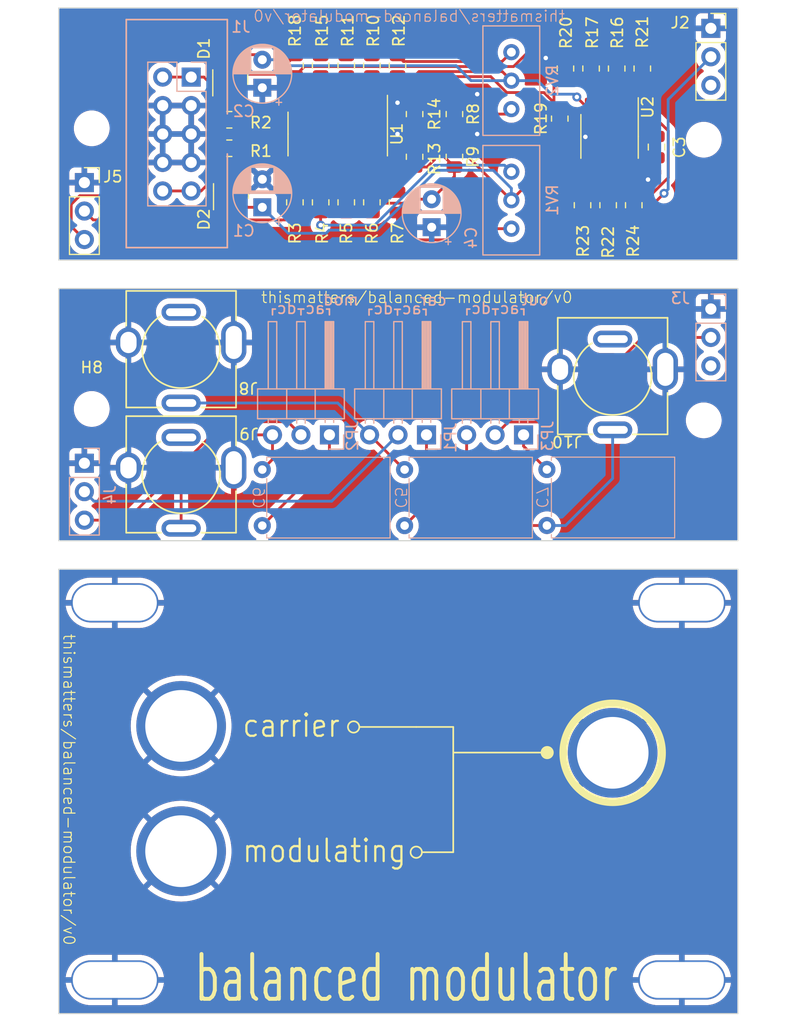
<source format=kicad_pcb>
(kicad_pcb (version 20221018) (generator pcbnew)
  (layers (0 "F.Cu" signal) (31 "B.Cu" signal) (34 "B.Paste" user) (35 "F.Paste" user) (36 "B.SilkS" user "B.Silkscreen") (37 "F.SilkS" user "F.Silkscreen") (38 "B.Mask" user) (39 "F.Mask" user) (44 "Edge.Cuts" user))
  (net 0 "")
  (net 1 "+12V")
  (net 2 "GND")
  (net 3 "-12V")
  (net 4 "Net-(D1-COM)")
  (net 5 "Net-(D2-COM)")
  (net 6 "/FACE")
  (net 7 "Net-(J1-Pin_1)")
  (net 8 "Net-(J1-Pin_10)")
  (net 9 "Net-(C4-Pad2)")
  (net 10 "/A'")
  (net 11 "/A_dc'")
  (net 12 "/B'")
  (net 13 "/B_dc'")
  (net 14 "/OUT_dc'")
  (net 15 "/OUT'")
  (net 16 "/GND'")
  (net 20 "Net-(U1-carrier_in)")
  (net 21 "Net-(R4-Pad2)")
  (net 22 "Net-(U1-in_carrier)")
  (net 23 "Net-(R7-Pad2)")
  (net 24 "Net-(R10-Pad2)")
  (net 25 "Net-(R12-Pad1)")
  (net 26 "Net-(R13-Pad1)")
  (net 27 "Net-(R13-Pad2)")
  (net 28 "Net-(U1-bias)")
  (net 29 "Net-(U2A--)")
  (net 30 "Net-(R16-Pad2)")
  (net 31 "Net-(R17-Pad1)")
  (net 32 "Net-(U2A-+)")
  (net 33 "Net-(R21-Pad2)")
  (net 34 "Net-(U2B--)")
  (net 35 "Net-(R23-Pad2)")
  (net 36 "Net-(U1-gain-Pad2)")
  (net 41 "/_OUT")
  (net 43 "/_OUT'")
  (net 45 "/_A'")
  (net 46 "/_A")
  (net 47 "/_B'")
  (net 48 "/_B")
  (footprint "Resistor_SMD:R_0805_2012Metric" (layer "F.Cu") (at 117.454 76.634 -90)
    (fp_text reference "R11")
    (fp_text value "2.7K")
  )
  (footprint "Resistor_SMD:R_0805_2012Metric" (layer "F.Cu") (at 137.012 76.888 90)
    (fp_text reference "R20")
    (fp_text value "15K")
  )
  (footprint "Resistor_SMD:R_0805_2012Metric" (layer "F.Cu") (at 107.0195 81.46 180)
    (fp_text reference "R2")
    (fp_text value "10")
  )
  (footprint "Resistor_SMD:R_0805_2012Metric" (layer "F.Cu") (at 141.584 76.888 90)
    (fp_text reference "R16")
    (fp_text value "15K")
  )
  (footprint "Resistor_SMD:R_0805_2012Metric" (layer "F.Cu") (at 115.168 76.634 -90)
    (fp_text reference "R15")
    (fp_text value "6.8K")
  )
  (footprint "Resistor_SMD:R_0805_2012Metric" (layer "F.Cu") (at 123.55 80.952 -90)
    (fp_text reference "R14")
    (fp_text value "2.7K")
  )
  (footprint "Resistor_SMD:R_0805_2012Metric" (layer "F.Cu") (at 119.74 76.634 -90)
    (fp_text reference "R10")
    (fp_text value "180K")
  )
  (footprint "MountingHole:MountingHole_2.7mm_M2.5" (layer "F.Cu") (at 149.352 108.278)
    (fp_text reference "H10" hide)
    (fp_text value "MountingHole")
  )
  (footprint "Resistor_SMD:R_0805_2012Metric" (layer "F.Cu") (at 139.298 76.8865 -90)
    (fp_text reference "R17")
    (fp_text value "15K")
  )
  (footprint "Resistor_SMD:R_0805_2012Metric" (layer "F.Cu") (at 112.8708 88.826 90)
    (fp_text reference "R3")
    (fp_text value "180K")
  )
  (footprint "Resistor_SMD:R_0805_2012Metric" (layer "F.Cu") (at 140.822 89.08 90)
    (fp_text reference "R22")
    (fp_text value "10K")
  )
  (footprint "Package_TO_SOT_SMD:SOT-23" (layer "F.Cu") (at 107.17 87.81 90)
    (fp_text reference "D2")
    (fp_text value "BAT54S")
  )
  (footprint "Connector_PinSocket_2.54mm:PinSocket_1x03_P2.54mm_Vertical" (layer "F.Cu") (at 94.086 87.063)
    (fp_text reference "J5")
    (fp_text value "Conn_01x03_Socket")
  )
  (footprint "Resistor_SMD:R_0805_2012Metric" (layer "F.Cu") (at 136.504 81.355 90)
    (fp_text reference "R19")
    (fp_text value "1.2K")
  )
  (footprint "Eurorack:Mech-MountingHole" (layer "F.Cu") (at 96.8 124.56)
    (fp_text reference "H1")
    (fp_text value "mount0")
  )
  (footprint "Resistor_SMD:R_0805_2012Metric" (layer "F.Cu") (at 107.0195 84 180)
    (fp_text reference "R1")
    (fp_text value "10")
  )
  (footprint "Package_TO_SOT_SMD:SOT-23" (layer "F.Cu") (at 107.104 77.65 90)
    (fp_text reference "D1")
    (fp_text value "BAT54S")
  )
  (footprint "Capacitor_SMD:C_0805_2012Metric" (layer "F.Cu") (at 145.14 83.895 90)
    (fp_text reference "C3")
    (fp_text value "100n")
  )
  (footprint "Eurorack:Mech-MountingHole" (layer "F.Cu") (at 96.8 158.21)
    (fp_text reference "H4")
    (fp_text value "mount1")
  )
  (footprint "Resistor_SMD:R_0805_2012Metric" (layer "F.Cu") (at 143.108 89.08 -90)
    (fp_text reference "R24")
    (fp_text value "1K")
  )
  (footprint "Eurorack:Mech-AudioJack-Hole-Output" (layer "F.Cu") (at 141.224 137.943)
    (fp_text reference "H7")
    (fp_text value "out" hide)
  )
  (footprint "Resistor_SMD:R_0805_2012Metric" (layer "F.Cu") (at 127.106 84.762 -90)
    (fp_text reference "R9")
    (fp_text value "1.5K")
  )
  (footprint "Resistor_SMD:R_0805_2012Metric" (layer "F.Cu") (at 123.55 84.762 90)
    (fp_text reference "R13")
    (fp_text value "6.8K")
  )
  (footprint "Eurorack:AudioJack2_Tayda_A-2566" (layer "F.Cu") (at 102.7176 101.9286 180)
    (fp_text reference "J8")
    (fp_text value "carrier")
  )
  (footprint "Eurorack:Mech-MountingHole" (layer "F.Cu") (at 147.4 124.56)
    (fp_text reference "H2")
    (fp_text value "mount1")
  )
  (footprint "Resistor_SMD:R_0805_2012Metric" (layer "F.Cu") (at 112.882 76.634 -90)
    (fp_text reference "R18")
    (fp_text value "1.2K")
  )
  (footprint "Resistor_SMD:R_0805_2012Metric" (layer "F.Cu") (at 117.454 88.826 -90)
    (fp_text reference "R5")
    (fp_text value "2.7K")
  )
  (footprint "Package_SO:SOIC-8_3.9x4.9mm_P1.27mm" (layer "F.Cu") (at 140.949 82.944 -90)
    (fp_text reference "U2")
    (fp_text value "TL072")
  )
  (footprint "MountingHole:MountingHole_2.7mm_M2.5" (layer "F.Cu") (at 94.742 82.222)
    (fp_text reference "H9" hide)
    (fp_text value "MountingHole")
  )
  (footprint "Resistor_SMD:R_0805_2012Metric" (layer "F.Cu") (at 115.168 88.826 -90)
    (fp_text reference "R4")
    (fp_text value "12K")
  )
  (footprint "Resistor_SMD:R_0805_2012Metric" (layer "F.Cu") (at 119.74 88.826 -90)
    (fp_text reference "R6")
    (fp_text value "2.7K")
  )
  (footprint "Resistor_SMD:R_0805_2012Metric" (layer "F.Cu") (at 122.026 88.826 -90)
    (fp_text reference "R7")
    (fp_text value "12K")
  )
  (footprint "Eurorack:Mech-MountingHole" (layer "F.Cu") (at 147.4 158.21)
    (fp_text reference "H3")
    (fp_text value "mount1")
  )
  (footprint "Resistor_SMD:R_0805_2012Metric" (layer "F.Cu") (at 138.536 89.08 -90)
    (fp_text reference "R23")
    (fp_text value "68K")
  )
  (footprint "Eurorack:Mech-AudioJack-Hole-Input" (layer "F.Cu") (at 102.7176 146.7196)
    (fp_text reference "H5")
    (fp_text value "carrier" hide)
  )
  (footprint "Connector_PinSocket_2.54mm:PinSocket_1x03_P2.54mm_Vertical" (layer "F.Cu") (at 149.987 73.3)
    (fp_text reference "J2")
    (fp_text value "Conn_01x03_Socket")
  )
  (footprint "Package_SO:SOIC-14_3.9x8.7mm_P1.27mm" (layer "F.Cu") (at 116.692 82.73 -90)
    (fp_text reference "U1")
    (fp_text value "MC1496")
  )
  (footprint "Resistor_SMD:R_0805_2012Metric" (layer "F.Cu") (at 127.106 80.952 90)
    (fp_text reference "R8")
    (fp_text value "1.5K")
  )
  (footprint "MountingHole:MountingHole_2.7mm_M2.5" (layer "F.Cu") (at 94.742 107.262)
    (fp_text reference "H8")
    (fp_text value "MountingHole")
  )
  (footprint "Eurorack:AudioJack2_Tayda_A-2566" (layer "F.Cu") (at 141.224 104.328 180)
    (fp_text reference "J10")
    (fp_text value "out")
  )
  (footprint "Eurorack:Mech-AudioJack-Hole-Input" (layer "F.Cu") (at 102.7176 135.5436)
    (fp_text reference "H6")
    (fp_text value "modulating" hide)
  )
  (footprint "Eurorack:AudioJack2_Tayda_A-2566" (layer "F.Cu") (at 102.7176 113.1046 180)
    (fp_text reference "J9")
    (fp_text value "modulating")
  )
  (footprint "Resistor_SMD:R_0805_2012Metric" (layer "F.Cu") (at 143.87 76.888 90)
    (fp_text reference "R21")
    (fp_text value "15K")
  )
  (footprint "MountingHole:MountingHole_2.7mm_M2.5" (layer "F.Cu") (at 149.352 83.238)
    (fp_text reference "H11" hide)
    (fp_text value "MountingHole")
  )
  (footprint "Resistor_SMD:R_0805_2012Metric" (layer "F.Cu") (at 122.026 76.634 -90)
    (fp_text reference "R12")
    (fp_text value "6.8K")
  )
  (footprint "Connector_PinHeader_2.54mm:PinHeader_1x03_P2.54mm_Horizontal" (layer "B.Cu") (at 133.2738 109.5756 90)
    (fp_text reference "JP3")
    (fp_text value "Jumper_3_Bridged12")
  )
  (footprint "Connector_PinHeader_2.54mm:PinHeader_1x03_P2.54mm_Vertical" (layer "B.Cu") (at 149.987 98.34 180)
    (fp_text reference "J3")
    (fp_text value "Conn_01x03_Pin")
  )
  (footprint "Connector_PinHeader_2.54mm:PinHeader_1x03_P2.54mm_Horizontal" (layer "B.Cu") (at 124.6124 109.5734 90)
    (fp_text reference "JP1")
    (fp_text value "Jumper_3_Bridged12")
  )
  (footprint "Connector_PinHeader_2.54mm:PinHeader_1x03_P2.54mm_Horizontal" (layer "B.Cu") (at 115.951 109.5734 90)
    (fp_text reference "JP2")
    (fp_text value "Jumper_3_Bridged12")
  )
  (footprint "Eurorack:PinHeader_2x05_P2.54mm_Vertical" (layer "B.Cu") (at 103.614 77.65 180)
    (fp_text reference "J1")
    (fp_text value "Conn_02x05_Odd_Even")
  )
  (footprint "Eurorack:C_Rect_Horizontal_L7.2mm_W11" (layer "B.Cu") (at 135.3566 115.1614 90)
    (fp_text reference "C7")
    (fp_text value "1u box")
  )
  (footprint "Potentiometer_THT:Potentiometer_Bourns_3296W_Vertical" (layer "B.Cu") (at 132.186 86.096 90)
    (fp_text reference "RV1")
    (fp_text value "500")
  )
  (footprint "Capacitor_THT:CP_Radial_D5.0mm_P2.50mm" (layer "B.Cu") (at 109.964 89.269113 90)
    (fp_text reference "C1")
    (fp_text value "22u 50V")
  )
  (footprint "Capacitor_THT:CP_Radial_D5.0mm_P2.50mm" (layer "B.Cu") (at 109.964 78.601113 90)
    (fp_text reference "C2")
    (fp_text value "22u 50V")
  )
  (footprint "Potentiometer_THT:Potentiometer_Bourns_3296W_Vertical" (layer "B.Cu") (at 132.186 75.428 90)
    (fp_text reference "RV2")
    (fp_text value "200")
  )
  (footprint "Eurorack:C_Rect_Horizontal_L7.2mm_W11" (layer "B.Cu") (at 109.9599 115.1722 90)
    (fp_text reference "C6")
    (fp_text value "1u box")
  )
  (footprint "Eurorack:C_Rect_Horizontal_L7.2mm_W11" (layer "B.Cu") (at 122.6599 115.1722 90)
    (fp_text reference "C5")
    (fp_text value "1u box")
  )
  (footprint "Connector_PinHeader_2.54mm:PinHeader_1x03_P2.54mm_Vertical" (layer "B.Cu") (at 94.086 112.103 180)
    (fp_text reference "J4")
    (fp_text value "Conn_01x03_Pin")
  )
  (footprint "Capacitor_THT:CP_Radial_D5.0mm_P2.50mm" (layer "B.Cu") (at 125.074 91.047113 90)
    (fp_text reference "C4")
    (fp_text value "100u 16V")
  )
  (gr_line (start 124.566 98.88) (end 124.566 98.372) (stroke (width 0.15)) (layer "B.SilkS"))
  (gr_line (start 110.871 98.8568) (end 110.871 98.3488) (stroke (width 0.15)) (layer "B.SilkS"))
  (gr_line (start 113.411 98.8568) (end 113.411 98.3488) (stroke (width 0.15)) (layer "B.SilkS"))
  (gr_line (start 128.2192 98.8568) (end 128.2192 98.3488) (stroke (width 0.15)) (layer "B.SilkS"))
  (gr_line (start 115.951 98.8568) (end 115.951 98.3488) (stroke (width 0.15)) (layer "B.SilkS"))
  (gr_line (start 115.951 98.3488) (end 115.697 98.3488) (stroke (width 0.15)) (layer "B.SilkS"))
  (gr_line (start 122.026 98.88) (end 122.026 98.372) (stroke (width 0.15)) (layer "B.SilkS"))
  (gr_line (start 133.2992 98.3488) (end 133.0452 98.3488) (stroke (width 0.15)) (layer "B.SilkS"))
  (gr_line (start 119.486 98.88) (end 119.486 98.372) (stroke (width 0.15)) (layer "B.SilkS"))
  (gr_line (start 113.665 98.3488) (end 113.157 98.3488) (stroke (width 0.15)) (layer "B.SilkS"))
  (gr_line (start 128.2192 98.3488) (end 128.4732 98.3488) (stroke (width 0.15)) (layer "B.SilkS"))
  (gr_line (start 130.7592 98.8568) (end 130.7592 98.3488) (stroke (width 0.15)) (layer "B.SilkS"))
  (gr_line (start 124.566 98.372) (end 124.312 98.372) (stroke (width 0.15)) (layer "B.SilkS"))
  (gr_line (start 110.871 98.3488) (end 111.125 98.3488) (stroke (width 0.15)) (layer "B.SilkS"))
  (gr_line (start 122.28 98.372) (end 121.772 98.372) (stroke (width 0.15)) (layer "B.SilkS"))
  (gr_line (start 133.2992 98.8568) (end 133.2992 98.3488) (stroke (width 0.15)) (layer "B.SilkS"))
  (gr_line (start 131.0132 98.3488) (end 130.5052 98.3488) (stroke (width 0.15)) (layer "B.SilkS"))
  (gr_line (start 119.486 98.372) (end 119.74 98.372) (stroke (width 0.15)) (layer "B.SilkS"))
  (gr_circle (center 123.698 146.812) (end 123.19 146.812) (stroke (width 0.15)) (fill none) (layer "F.SilkS"))
  (gr_line (start 127 137.922) (end 134.874 137.922) (stroke (width 0.15)) (layer "F.SilkS"))
  (gr_line (start 118.618 135.636) (end 123.698 135.636) (stroke (width 0.15)) (layer "F.SilkS"))
  (gr_circle (center 118.11 135.636) (end 117.602 135.636) (stroke (width 0.15)) (fill none) (layer "F.SilkS"))
  (gr_circle (center 135.382 137.922) (end 135.89 137.922) (stroke (width 0.15)) (fill solid) (layer "F.SilkS"))
  (gr_line (start 124.206 146.812) (end 127 146.812) (stroke (width 0.15)) (layer "F.SilkS"))
  (gr_line (start 123.698 135.636) (end 127 135.636) (stroke (width 0.15)) (layer "F.SilkS"))
  (gr_line (start 127 146.812) (end 127 137.922) (stroke (width 0.15)) (layer "F.SilkS"))
  (gr_line (start 127 135.636) (end 127 137.922) (stroke (width 0.15)) (layer "F.SilkS"))
  (gr_rect (start 91.8 121.56) (end 152.4 161.21) (stroke (width 0.1)) (fill none) (layer "Edge.Cuts"))
  (gr_rect (start 91.8 96.52) (end 152.4 119.02) (stroke (width 0.1)) (fill none) (layer "Edge.Cuts"))
  (gr_rect (start 91.8 71.48) (end 152.4 93.98) (stroke (width 0.1)) (fill none) (layer "Edge.Cuts"))
  (gr_text "ac" (at 132.0292 98.8568) (layer "B.SilkS") (effects (font (size 1 1)) (justify bottom mirror)))
  (gr_text "dc" (at 129.4892 98.8568) (layer "B.SilkS") (effects (font (size 1 1)) (justify bottom mirror)))
  (gr_text "dc" (at 112.141 98.8568) (layer "B.SilkS") (effects (font (size 1 1)) (justify bottom mirror)))
  (gr_text "car" (at 125.222 98.118) (layer "B.SilkS") (effects (font (size 1 1)) (justify bottom mirror)))
  (gr_text "ac" (at 123.296 98.88) (layer "B.SilkS") (effects (font (size 1 1)) (justify bottom mirror)))
  (gr_text "ac" (at 114.681 98.8568) (layer "B.SilkS") (effects (font (size 1 1)) (justify bottom mirror)))
  (gr_text "dc" (at 120.756 98.88) (layer "B.SilkS") (effects (font (size 1 1)) (justify bottom mirror)))
  (gr_text "mod" (at 116.967 98.0948) (layer "B.SilkS") (effects (font (size 1 1)) (justify bottom mirror)))
  (gr_text "out" (at 134.3152 98.0948) (layer "B.SilkS") (effects (font (size 1 1)) (justify bottom mirror)))
  (gr_text "thismatters/balanced-modulator/v0" (at 137.033 72.2122) (layer "B.SilkS") (effects (font (size 1 1) (thickness 0.1)) (justify left mirror)))
  (gr_text "balanced modulator" (at 122.809 160.401) (layer "F.SilkS") (effects (font (size 4 2.5) (thickness 0.35)) (justify bottom)))
  (gr_text "thismatters/balanced-modulator/v0" (at 109.7788 97.3074) (layer "F.SilkS") (effects (font (size 1 1) (thickness 0.1)) (justify left)))
  (gr_text "carrier" (at 108.077 135.509) (layer "F.SilkS") (effects (font (size 2 1.75) (thickness 0.2) bold) (justify left)))
  (gr_text "thismatters/balanced-modulator/v0" (at 92.71 127.254 -90) (layer "F.SilkS") (effects (font (size 1 1) (thickness 0.1)) (justify left)))
  (gr_text "modulating" (at 108.077 146.685) (layer "F.SilkS") (effects (font (size 2 1.75) (thickness 0.2)) (justify left)))
  (segment (start 142.854 85.419) (end 143.428 84.845) (width 0.25) (layer "F.Cu") (net 1))
  (segment (start 127.3995 83.8495) (end 132.186 88.636) (width 0.25) (layer "F.Cu") (net 1))
  (segment (start 132.186 88.636) (end 136.504 84.318) (width 0.25) (layer "F.Cu") (net 1))
  (segment (start 109.964 89.269113) (end 108.641613 89.269113) (width 0.25) (layer "F.Cu") (net 1))
  (segment (start 108.641613 89.269113) (end 108.12 88.7475) (width 0.25) (layer "F.Cu") (net 1))
  (segment (start 108.818 80.8134) (end 108.054 80.0494) (width 0.25) (layer "F.Cu") (net 1))
  (segment (start 136.504 82.2675) (end 136.504 84.318) (width 0.25) (layer "F.Cu") (net 1))
  (segment (start 108.12 85.3446) (end 108.818 84.6466) (width 0.25) (layer "F.Cu") (net 1))
  (segment (start 108.12 88.7475) (end 108.12 85.3446) (width 0.25) (layer "F.Cu") (net 1))
  (segment (start 108.508001 77.396) (end 111.2075 77.396) (width 0.25) (layer "F.Cu") (net 1))
  (segment (start 144.414 84.119) (end 138.3555 84.119) (width 0.25) (layer "F.Cu") (net 1))
  (segment (start 108.054 80.0494) (end 108.054 78.5875) (width 0.25) (layer "F.Cu") (net 1))
  (segment (start 145.14 84.845) (end 144.414 84.119) (width 0.25) (layer "F.Cu") (net 1))
  (segment (start 138.3555 84.119) (end 136.504 82.2675) (width 0.25) (layer "F.Cu") (net 1))
  (segment (start 143.428 84.845) (end 145.14 84.845) (width 0.25) (layer "F.Cu") (net 1))
  (segment (start 108.054 78.5875) (end 108.054 77.850001) (width 0.25) (layer "F.Cu") (net 1))
  (segment (start 108.818 84.6466) (end 108.818 80.8134) (width 0.25) (layer "F.Cu") (net 1))
  (segment (start 108.054 77.850001) (end 108.508001 77.396) (width 0.25) (layer "F.Cu") (net 1))
  (segment (start 111.2075 77.396) (end 112.882 75.7215) (width 0.25) (layer "F.Cu") (net 1))
  (segment (start 120.180396 91.308) (end 125.524396 85.964) (width 0.25) (layer "B.Cu") (net 1))
  (segment (start 112.277887 91.583) (end 115.655 91.583) (width 0.25) (layer "B.Cu") (net 1))
  (segment (start 115.655 91.583) (end 115.93 91.308) (width 0.25) (layer "B.Cu") (net 1))
  (segment (start 109.964 89.269113) (end 112.277887 91.583) (width 0.25) (layer "B.Cu") (net 1))
  (segment (start 132.186 87.573854) (end 132.186 88.054) (width 0.25) (layer "B.Cu") (net 1))
  (segment (start 115.93 91.308) (end 120.180396 91.308) (width 0.25) (layer "B.Cu") (net 1))
  (segment (start 125.524396 85.964) (end 130.576146 85.964) (width 0.25) (layer "B.Cu") (net 1))
  (segment (start 130.576146 85.964) (end 132.186 87.573854) (width 0.25) (layer "B.Cu") (net 1))
  (segment (start 122.026 79.936) (end 123.4465 79.936) (width 0.25) (layer "F.Cu") (net 2))
  (via (at 135.255 75.946) (size 0.8) (drill 0.4) (layers "F.Cu" "B.Cu") (net 2))
  (via (at 138.79 82.984) (size 0.8) (drill 0.4) (layers "F.Cu" "B.Cu") (net 2))
  (via (at 129.138 79.174) (size 0.8) (drill 0.4) (layers "F.Cu" "B.Cu") (net 2))
  (via (at 122.026 79.936) (size 0.8) (drill 0.4) (layers "F.Cu" "B.Cu") (net 2))
  (via (at 122.026 82.73) (size 0.8) (drill 0.4) (layers "F.Cu" "B.Cu") (net 2))
  (via (at 144.378 86.794) (size 0.8) (drill 0.4) (layers "F.Cu" "B.Cu") (net 2))
  (via (at 129.138 82.73) (size 0.8) (drill 0.4) (layers "F.Cu" "B.Cu") (net 2))
  (segment (start 109.964 80.574) (end 112.12 82.73) (width 0.25) (layer "B.Cu") (net 2))
  (segment (start 137.012 81.206) (end 138.79 82.984) (width 0.25) (layer "B.Cu") (net 2))
  (segment (start 138.79 82.984) (end 143.108 82.984) (width 0.25) (layer "B.Cu") (net 2))
  (segment (start 140.081 81.693) (end 140.081 80.455695) (width 0.25) (layer "B.Cu") (net 2))
  (segment (start 129.138 82.73) (end 129.138 79.174) (width 0.25) (layer "B.Cu") (net 2))
  (segment (start 135.382 75.819) (end 135.255 75.946) (width 0.25) (layer "B.Cu") (net 2))
  (segment (start 138.79 82.984) (end 140.081 81.693) (width 0.25) (layer "B.Cu") (net 2))
  (segment (start 122.026 82.73) (end 129.138 82.73) (width 0.25) (layer "B.Cu") (net 2))
  (segment (start 144.378 84.254) (end 144.378 86.794) (width 0.25) (layer "B.Cu") (net 2))
  (segment (start 133.71 82.73) (end 135.234 81.206) (width 0.25) (layer "B.Cu") (net 2))
  (segment (start 135.234 81.206) (end 137.012 81.206) (width 0.25) (layer "B.Cu") (net 2))
  (segment (start 143.108 82.984) (end 144.378 84.254) (width 0.25) (layer "B.Cu") (net 2))
  (segment (start 129.138 82.73) (end 133.71 82.73) (width 0.25) (layer "B.Cu") (net 2))
  (segment (start 112.12 82.73) (end 122.026 82.73) (width 0.25) (layer "B.Cu") (net 2))
  (segment (start 122.026 82.73) (end 122.026 79.936) (width 0.25) (layer "B.Cu") (net 2))
  (segment (start 140.081 80.455695) (end 140.081 79.375) (width 0.25) (layer "B.Cu") (net 2))
  (segment (start 136.525 75.819) (end 135.382 75.819) (width 0.25) (layer "B.Cu") (net 2))
  (segment (start 140.081 79.375) (end 136.525 75.819) (width 0.25) (layer "B.Cu") (net 2))
  (segment (start 109.964 78.601113) (end 109.964 80.574) (width 0.25) (layer "B.Cu") (net 2))
  (segment (start 122.1501 78.955) (end 123.9461 77.159) (width 0.25) (layer "F.Cu") (net 3))
  (segment (start 120.502 81.968) (end 119.857 81.323) (width 0.25) (layer "F.Cu") (net 3))
  (segment (start 106.154 76.249092) (end 106.753092 75.65) (width 0.25) (layer "F.Cu") (net 3))
  (segment (start 123.9461 77.159) (end 131.377 77.159) (width 0.25) (layer "F.Cu") (net 3))
  (segment (start 119.857 79.249092) (end 120.151092 78.955) (width 0.25) (layer "F.Cu") (net 3))
  (segment (start 143.964 81.769) (end 145.14 82.945) (width 0.25) (layer "F.Cu") (net 3))
  (segment (start 139.369001 81.769) (end 143.964 81.769) (width 0.25) (layer "F.Cu") (net 3))
  (segment (start 106.9445 80.698) (end 106.9445 84.6951) (width 0.25) (layer "F.Cu") (net 3))
  (segment (start 106.753092 75.65) (end 109.512887 75.65) (width 0.25) (layer "F.Cu") (net 3))
  (segment (start 106.154 78.5875) (end 106.154 76.249092) (width 0.25) (layer "F.Cu") (net 3))
  (segment (start 120.151092 78.955) (end 122.1501 78.955) (width 0.25) (layer "F.Cu") (net 3))
  (segment (start 119.857 81.323) (end 119.857 79.249092) (width 0.25) (layer "F.Cu") (net 3))
  (segment (start 131.377 77.159) (end 132.186 77.968) (width 0.25) (layer "F.Cu") (net 3))
  (segment (start 139.044 81.443999) (end 139.369001 81.769) (width 0.25) (layer "F.Cu") (net 3))
  (segment (start 106.9445 84.6951) (end 106.22 85.4196) (width 0.25) (layer "F.Cu") (net 3))
  (segment (start 138.028 79.453) (end 139.044 80.469) (width 0.25) (layer "F.Cu") (net 3))
  (segment (start 139.044 80.469) (end 139.044 81.443999) (width 0.25) (layer "F.Cu") (net 3))
  (segment (start 120.502 85.205) (end 120.502 81.968) (width 0.25) (layer "F.Cu") (net 3))
  (segment (start 106.154 79.9075) (end 106.9445 80.698) (width 0.25) (layer "F.Cu") (net 3))
  (segment (start 138.028 79.428) (end 138.028 79.453) (width 0.25) (layer "F.Cu") (net 3))
  (segment (start 106.22 85.4196) (end 106.22 88.7475) (width 0.25) (layer "F.Cu") (net 3))
  (segment (start 106.154 78.5875) (end 106.154 79.9075) (width 0.25) (layer "F.Cu") (net 3))
  (via (at 138.028 79.428) (size 0.8) (drill 0.4) (layers "F.Cu" "B.Cu") (net 3))
  (segment (start 109.964 76.101113) (end 111.333113 76.101113) (width 0.25) (layer "B.Cu") (net 3))
  (segment (start 128.588 77.968) (end 132.186 77.968) (width 0.25) (layer "B.Cu") (net 3))
  (segment (start 127.254 76.634) (end 128.588 77.968) (width 0.25) (layer "B.Cu") (net 3))
  (segment (start 111.333113 76.101113) (end 111.866 76.634) (width 0.25) (layer "B.Cu") (net 3))
  (segment (start 135.742 79.174) (end 137.774 79.174) (width 0.25) (layer "B.Cu") (net 3))
  (segment (start 132.186 77.968) (end 134.536 77.968) (width 0.25) (layer "B.Cu") (net 3))
  (segment (start 111.866 76.634) (end 127.254 76.634) (width 0.25) (layer "B.Cu") (net 3))
  (segment (start 134.536 77.968) (end 135.742 79.174) (width 0.25) (layer "B.Cu") (net 3))
  (segment (start 137.774 79.174) (end 138.028 79.428) (width 0.25) (layer "B.Cu") (net 3))
  (segment (start 107.104 79.746) (end 107.932 80.574) (width 0.25) (layer "F.Cu") (net 4))
  (segment (start 107.932 80.574) (end 107.932 81.46) (width 0.25) (layer "F.Cu") (net 4))
  (segment (start 107.104 76.7125) (end 107.104 79.746) (width 0.25) (layer "F.Cu") (net 4))
  (segment (start 107.932 84.886) (end 107.932 84) (width 0.25) (layer "F.Cu") (net 5))
  (segment (start 107.17 86.8725) (end 107.17 85.648) (width 0.25) (layer "F.Cu") (net 5))
  (segment (start 107.17 85.648) (end 107.932 84.886) (width 0.25) (layer "F.Cu") (net 5))
  (segment (start 105.529 80.882) (end 106.107 81.46) (width 0.25) (layer "F.Cu") (net 7))
  (segment (start 101.074 77.65) (end 103.614 77.65) (width 0.25) (layer "F.Cu") (net 7))
  (segment (start 105.529 78.425) (end 105.529 80.882) (width 0.25) (layer "F.Cu") (net 7))
  (segment (start 104.754 77.65) (end 105.529 78.425) (width 0.25) (layer "F.Cu") (net 7))
  (segment (start 103.614 77.65) (end 104.754 77.65) (width 0.25) (layer "F.Cu") (net 7))
  (segment (start 105.516 84.591) (end 106.107 84) (width 0.25) (layer "F.Cu") (net 8))
  (segment (start 101.074 87.81) (end 103.614 87.81) (width 0.25) (layer "F.Cu") (net 8))
  (segment (start 105.516 86.794) (end 105.516 84.591) (width 0.25) (layer "F.Cu") (net 8))
  (segment (start 104.5 87.81) (end 105.516 86.794) (width 0.25) (layer "F.Cu") (net 8))
  (segment (start 103.614 87.81) (end 104.5 87.81) (width 0.25) (layer "F.Cu") (net 8))
  (segment (start 123.320887 88.547113) (end 125.074 88.547113) (width 0.25) (layer "F.Cu") (net 9))
  (segment (start 127.106 86.515113) (end 125.074 88.547113) (width 0.25) (layer "F.Cu") (net 9))
  (segment (start 127.106 85.6745) (end 127.106 86.515113) (width 0.25) (layer "F.Cu") (net 9))
  (segment (start 126.081 84.6495) (end 126.081 82.8895) (width 0.25) (layer "F.Cu") (net 9))
  (segment (start 120.5775 88.901) (end 122.967 88.901) (width 0.25) (layer "F.Cu") (net 9))
  (segment (start 126.081 82.8895) (end 127.106 81.8645) (width 0.25) (layer "F.Cu") (net 9))
  (segment (start 117.454 89.7385) (end 119.74 89.7385) (width 0.25) (layer "F.Cu") (net 9))
  (segment (start 122.967 88.901) (end 123.320887 88.547113) (width 0.25) (layer "F.Cu") (net 9))
  (segment (start 127.106 85.6745) (end 126.081 84.6495) (width 0.25) (layer "F.Cu") (net 9))
  (segment (start 119.74 89.7385) (end 120.5775 88.901) (width 0.25) (layer "F.Cu") (net 9))
  (segment (start 124.6124 109.5734) (end 124.6124 115.7197) (width 0.25) (layer "F.Cu") (net 10))
  (segment (start 124.6124 115.7197) (end 122.6599 117.6722) (width 0.25) (layer "F.Cu") (net 10))
  (segment (start 119.5324 109.5734) (end 122.6312 112.6722) (width 0.25) (layer "F.Cu") (net 11))
  (segment (start 116.6876 106.7286) (end 119.5324 109.5734) (width 0.25) (layer "B.Cu") (net 11))
  (segment (start 102.7176 106.7286) (end 116.6876 106.7286) (width 0.25) (layer "B.Cu") (net 11))
  (segment (start 109.9599 117.6722) (end 115.951 111.6811) (width 0.25) (layer "F.Cu") (net 12))
  (segment (start 115.951 111.6811) (end 115.951 109.5734) (width 0.25) (layer "F.Cu") (net 12))
  (segment (start 110.871 109.5734) (end 110.871 111.7611) (width 0.25) (layer "F.Cu") (net 13))
  (segment (start 102.7176 117.9046) (end 102.7176 112.961276) (width 0.25) (layer "F.Cu") (net 13))
  (segment (start 102.7176 112.961276) (end 106.105476 109.5734) (width 0.25) (layer "F.Cu") (net 13))
  (segment (start 110.871 111.7611) (end 109.9599 112.6722) (width 0.25) (layer "F.Cu") (net 13))
  (segment (start 106.105476 109.5734) (end 110.871 109.5734) (width 0.25) (layer "F.Cu") (net 13))
  (segment (start 128.1938 112.088) (end 133.7672 117.6614) (width 0.25) (layer "F.Cu") (net 14))
  (segment (start 133.7672 117.6614) (end 135.3566 117.6614) (width 0.25) (layer "F.Cu") (net 14))
  (segment (start 128.1938 109.5988) (end 128.1938 112.088) (width 0.25) (layer "F.Cu") (net 14))
  (segment (start 141.224 113.4596) (end 141.224 109.128) (width 0.25) (layer "B.Cu") (net 14))
  (segment (start 135.3566 117.6614) (end 137.0222 117.6614) (width 0.25) (layer "B.Cu") (net 14))
  (segment (start 137.0222 117.6614) (end 141.224 113.4596) (width 0.25) (layer "B.Cu") (net 14))
  (segment (start 133.2738 109.5988) (end 133.2738 110.5786) (width 0.25) (layer "F.Cu") (net 15))
  (segment (start 133.2738 110.5786) (end 135.3566 112.6614) (width 0.25) (layer "F.Cu") (net 15))
  (segment (start 115.422 85.205) (end 115.422 87.6595) (width 0.25) (layer "F.Cu") (net 20))
  (segment (start 112.8708 87.9135) (end 117.454 87.9135) (width 0.25) (layer "F.Cu") (net 20))
  (segment (start 115.168 90.858) (end 115.168 89.7385) (width 0.25) (layer "F.Cu") (net 21))
  (via (at 115.168 90.858) (size 0.8) (drill 0.4) (layers "F.Cu" "B.Cu") (net 21))
  (segment (start 131.572 85.514) (end 125.338 85.514) (width 0.25) (layer "B.Cu") (net 21))
  (segment (start 119.994 90.858) (end 115.168 90.858) (width 0.25) (layer "B.Cu") (net 21))
  (segment (start 125.338 85.514) (end 119.994 90.858) (width 0.25) (layer "B.Cu") (net 21))
  (segment (start 132.154 86.096) (end 131.572 85.514) (width 0.25) (layer "B.Cu") (net 21))
  (segment (start 112.882 85.205) (end 111.8458 86.2412) (width 0.25) (layer "F.Cu") (net 22))
  (segment (start 119.74 87.9135) (end 122.026 87.9135) (width 0.25) (layer "F.Cu") (net 22))
  (segment (start 111.8458 86.2412) (end 111.8458 88.4211) (width 0.25) (layer "F.Cu") (net 22))
  (segment (start 118.8275 88.826) (end 119.74 87.9135) (width 0.25) (layer "F.Cu") (net 22))
  (segment (start 112.2507 88.826) (end 118.8275 88.826) (width 0.25) (layer "F.Cu") (net 22))
  (segment (start 111.8458 88.4211) (end 112.2507 88.826) (width 0.25) (layer "F.Cu") (net 22))
  (segment (start 132.186 91.176) (end 129.836 91.176) (width 0.25) (layer "F.Cu") (net 23))
  (segment (start 128.839887 92.172113) (end 129.836 91.176) (width 0.25) (layer "F.Cu") (net 23))
  (segment (start 122.026 89.7385) (end 122.026 91.62) (width 0.25) (layer "F.Cu") (net 23))
  (segment (start 122.026 91.62) (end 122.578113 92.172113) (width 0.25) (layer "F.Cu") (net 23))
  (segment (start 122.578113 92.172113) (end 128.839887 92.172113) (width 0.25) (layer "F.Cu") (net 23))
  (segment (start 117.454 77.5465) (end 122.026 77.5465) (width 0.25) (layer "F.Cu") (net 24))
  (segment (start 116.692 80.255) (end 116.692 78.3085) (width 0.25) (layer "F.Cu") (net 24))
  (segment (start 116.692 78.3085) (end 117.454 77.5465) (width 0.25) (layer "F.Cu") (net 24))
  (segment (start 122.5635 76.259) (end 131.355 76.259) (width 0.25) (layer "F.Cu") (net 25))
  (segment (start 131.355 76.259) (end 132.186 75.428) (width 0.25) (layer "F.Cu") (net 25))
  (segment (start 122.026 75.7215) (end 122.5635 76.259) (width 0.25) (layer "F.Cu") (net 25))
  (segment (start 131.742 80.952) (end 132.186 80.508) (width 0.25) (layer "F.Cu") (net 26))
  (segment (start 125.328 82.1099) (end 126.4859 80.952) (width 0.25) (layer "F.Cu") (net 26))
  (segment (start 124.6695 85.6745) (end 125.328 85.016) (width 0.25) (layer "F.Cu") (net 26))
  (segment (start 123.55 85.6745) (end 124.6695 85.6745) (width 0.25) (layer "F.Cu") (net 26))
  (segment (start 126.4859 80.952) (end 131.742 80.952) (width 0.25) (layer "F.Cu") (net 26))
  (segment (start 125.328 85.016) (end 125.328 82.1099) (width 0.25) (layer "F.Cu") (net 26))
  (segment (start 122.1115 81.8645) (end 123.55 81.8645) (width 0.25) (layer "F.Cu") (net 27))
  (segment (start 120.502 80.255) (end 122.1115 81.8645) (width 0.25) (layer "F.Cu") (net 27))
  (segment (start 123.55 81.8645) (end 123.55 83.8495) (width 0.25) (layer "F.Cu") (net 27))
  (segment (start 115.422 80.255) (end 115.422 77.8005) (width 0.25) (layer "F.Cu") (net 28))
  (segment (start 141.584 80.469) (end 141.584 77.799) (width 0.25) (layer "F.Cu") (net 29))
  (segment (start 141.584 77.799) (end 143.87 77.799) (width 0.25) (layer "F.Cu") (net 29))
  (segment (start 112.882 77.5465) (end 113.7195 76.709) (width 0.25) (layer "F.Cu") (net 30))
  (segment (start 135.251854 73.84) (end 139.4485 73.84) (width 0.25) (layer "F.Cu") (net 30))
  (segment (start 113.7195 76.709) (end 132.382854 76.709) (width 0.25) (layer "F.Cu") (net 30))
  (segment (start 132.382854 76.709) (end 135.251854 73.84) (width 0.25) (layer "F.Cu") (net 30))
  (segment (start 139.4485 73.84) (end 141.584 75.9755) (width 0.25) (layer "F.Cu") (net 30))
  (segment (start 114.152 78.8165) (end 112.882 77.5465) (width 0.25) (layer "F.Cu") (net 30))
  (segment (start 114.152 80.255) (end 114.152 78.8165) (width 0.25) (layer "F.Cu") (net 30))
  (segment (start 124.387 84.687) (end 124.82 84.254) (width 0.25) (layer "F.Cu") (net 31))
  (segment (start 136.3169 76.963) (end 135.987 77.2929) (width 0.25) (layer "F.Cu") (net 31))
  (segment (start 117.962 85.205) (end 117.962 86.179999) (width 0.25) (layer "F.Cu") (net 31))
  (segment (start 135.987 77.2929) (end 135.987 79.9255) (width 0.25) (layer "F.Cu") (net 31))
  (segment (start 131.770396 79.03025) (end 135.09175 79.03025) (width 0.25) (layer "F.Cu") (net 31))
  (segment (start 125.328 80.952) (end 125.328 78.412) (width 0.25) (layer "F.Cu") (net 31))
  (segment (start 126.131 77.609) (end 130.349146 77.609) (width 0.25) (layer "F.Cu") (net 31))
  (segment (start 139.298 75.974) (end 138.309 76.963) (width 0.25) (layer "F.Cu") (net 31))
  (segment (start 125.328 78.412) (end 126.131 77.609) (width 0.25) (layer "F.Cu") (net 31))
  (segment (start 130.349146 77.609) (end 131.770396 79.03025) (width 0.25) (layer "F.Cu") (net 31))
  (segment (start 117.962 86.179999) (end 118.287001 86.505) (width 0.25) (layer "F.Cu") (net 31))
  (segment (start 124.82 84.254) (end 124.82 81.46) (width 0.25) (layer "F.Cu") (net 31))
  (segment (start 118.287001 86.505) (end 121.1869 86.505) (width 0.25) (layer "F.Cu") (net 31))
  (segment (start 138.309 76.963) (end 136.3169 76.963) (width 0.25) (layer "F.Cu") (net 31))
  (segment (start 121.1869 86.505) (end 123.0049 84.687) (width 0.25) (layer "F.Cu") (net 31))
  (segment (start 135.987 79.9255) (end 136.504 80.4425) (width 0.25) (layer "F.Cu") (net 31))
  (segment (start 124.82 81.46) (end 125.328 80.952) (width 0.25) (layer "F.Cu") (net 31))
  (segment (start 123.0049 84.687) (end 124.387 84.687) (width 0.25) (layer "F.Cu") (net 31))
  (segment (start 135.09175 79.03025) (end 136.504 80.4425) (width 0.25) (layer "F.Cu") (net 31))
  (segment (start 139.298 77.799) (end 137.0135 77.799) (width 0.25) (layer "F.Cu") (net 32))
  (segment (start 140.314 78.815) (end 139.298 77.799) (width 0.25) (layer "F.Cu") (net 32))
  (segment (start 140.314 80.469) (end 140.314 78.815) (width 0.25) (layer "F.Cu") (net 32))
  (segment (start 142.854 80.469) (end 144.895 78.428) (width 0.25) (layer "F.Cu") (net 33))
  (segment (start 144.2091 80.469) (end 142.854 80.469) (width 0.25) (layer "F.Cu") (net 33))
  (segment (start 142.4879 89.08) (end 143.7281 89.08) (width 0.25) (layer "F.Cu") (net 33))
  (segment (start 146.19 82.4499) (end 144.2091 80.469) (width 0.25) (layer "F.Cu") (net 33))
  (segment (start 141.5754 89.9925) (end 142.4879 89.08) (width 0.25) (layer "F.Cu") (net 33))
  (segment (start 146.19 86.6181) (end 146.19 82.4499) (width 0.25) (layer "F.Cu") (net 33))
  (segment (start 143.7281 89.08) (end 146.19 86.6181) (width 0.25) (layer "F.Cu") (net 33))
  (segment (start 144.895 78.428) (end 144.895 77.0005) (width 0.25) (layer "F.Cu") (net 33))
  (segment (start 140.822 89.9925) (end 141.5754 89.9925) (width 0.25) (layer "F.Cu") (net 33))
  (segment (start 144.895 77.0005) (end 143.87 75.9755) (width 0.25) (layer "F.Cu") (net 33))
  (segment (start 140.314 87.6595) (end 140.822 88.1675) (width 0.25) (layer "F.Cu") (net 34))
  (segment (start 140.314 85.419) (end 140.314 87.6595) (width 0.25) (layer "F.Cu") (net 34))
  (segment (start 140.822 88.1675) (end 138.536 88.1675) (width 0.25) (layer "F.Cu") (net 34))
  (segment (start 142.3546 88.1675) (end 143.108 88.1675) (width 0.25) (layer "F.Cu") (net 35))
  (segment (start 138.536 89.9925) (end 139.5235 89.005) (width 0.25) (layer "F.Cu") (net 35))
  (segment (start 141.584 86.6435) (end 143.108 88.1675) (width 0.25) (layer "F.Cu") (net 35))
  (segment (start 141.5171 89.005) (end 142.3546 88.1675) (width 0.25) (layer "F.Cu") (net 35))
  (segment (start 141.584 85.419) (end 141.584 86.6435) (width 0.25) (layer "F.Cu") (net 35))
  (segment (start 139.5235 89.005) (end 141.5171 89.005) (width 0.25) (layer "F.Cu") (net 35))
  (segment (start 117.962 80.255) (end 119.232 80.255) (width 0.25) (layer "F.Cu") (net 36))
  (segment (start 143.840198 89.9925) (end 143.108 89.9925) (width 0.25) (layer "F.Cu") (net 41))
  (segment (start 145.808849 88.023849) (end 143.840198 89.9925) (width 0.25) (layer "F.Cu") (net 41))
  (via (at 145.808849 88.023849) (size 0.8) (drill 0.4) (layers "F.Cu" "B.Cu") (net 41))
  (segment (start 146.177 87.655698) (end 145.808849 88.023849) (width 0.25) (layer "B.Cu") (net 41))
  (segment (start 146.177 79.65) (end 146.177 87.655698) (width 0.25) (layer "B.Cu") (net 41))
  (segment (start 149.987 75.84) (end 146.177 79.65) (width 0.25) (layer "B.Cu") (net 41))
  (segment (start 131.9088 108.4238) (end 136.34848 108.4238) (width 0.25) (layer "F.Cu") (net 43))
  (segment (start 130.7338 109.5988) (end 131.9088 108.4238) (width 0.25) (layer "F.Cu") (net 43))
  (segment (start 136.34848 108.4238) (end 143.89228 100.88) (width 0.25) (layer "F.Cu") (net 43))
  (segment (start 143.89228 100.88) (end 149.987 100.88) (width 0.25) (layer "F.Cu") (net 43))
  (segment (start 116.1528 115.493) (end 122.0724 109.5734) (width 0.25) (layer "B.Cu") (net 45))
  (segment (start 94.936 115.493) (end 116.1528 115.493) (width 0.25) (layer "B.Cu") (net 45))
  (segment (start 94.086 114.643) (end 94.936 115.493) (width 0.25) (layer "B.Cu") (net 45))
  (segment (start 112.8708 89.7385) (end 112.215187 90.394113) (width 0.25) (layer "F.Cu") (net 46))
  (segment (start 112.215187 90.394113) (end 94.877113 90.394113) (width 0.25) (layer "F.Cu") (net 46))
  (segment (start 94.877113 90.394113) (end 94.086 89.603) (width 0.25) (layer "F.Cu") (net 46))
  (segment (start 97.85948 117.183) (end 94.086 117.183) (width 0.25) (layer "F.Cu") (net 47))
  (segment (start 112.236 108.3984) (end 106.64408 108.3984) (width 0.25) (layer "F.Cu") (net 47))
  (segment (start 113.411 109.5734) (end 112.236 108.3984) (width 0.25) (layer "F.Cu") (net 47))
  (segment (start 106.64408 108.3984) (end 97.85948 117.183) (width 0.25) (layer "F.Cu") (net 47))
  (segment (start 98.478 76.4308) (end 101.3228 73.586) (width 0.25) (layer "F.Cu") (net 48))
  (segment (start 101.3228 73.586) (end 118.978 73.586) (width 0.25) (layer "F.Cu") (net 48))
  (segment (start 98.478 87.5748) (end 98.478 76.4308) (width 0.25) (layer "F.Cu") (net 48))
  (segment (start 119.74 74.348) (end 119.74 75.7215) (width 0.25) (layer "F.Cu") (net 48))
  (segment (start 92.911 89.0016) (end 93.6746 88.238) (width 0.25) (layer "F.Cu") (net 48))
  (segment (start 97.8148 88.238) (end 98.478 87.5748) (width 0.25) (layer "F.Cu") (net 48))
  (segment (start 92.911 90.968) (end 92.911 89.0016) (width 0.25) (layer "F.Cu") (net 48))
  (segment (start 118.978 73.586) (end 119.74 74.348) (width 0.25) (layer "F.Cu") (net 48))
  (segment (start 94.086 92.143) (end 92.911 90.968) (width 0.25) (layer "F.Cu") (net 48))
  (segment (start 93.6746 88.238) (end 97.8148 88.238) (width 0.25) (layer "F.Cu") (net 48))
  (zone (net 2) (net_name "GND") (layers "F&B.Cu") (connect_pads (clearance 0.5)) (min_thickness 0.25) (fill yes (thermal_gap 0.5) (thermal_bridge_width 0.5))
    (polygon (pts (xy 91.038 70.772) (xy 153.014 70.772) (xy 153.014 94.648) (xy 91.038 94.648)))
  )
  (zone (net 16) (net_name "/GND'") (layers "F&B.Cu") (priority 1) (connect_pads (clearance 0.5)) (min_thickness 0.25) (fill yes (thermal_gap 0.5) (thermal_bridge_width 0.5))
    (polygon (pts (xy 91.038 95.832) (xy 153.014 95.832) (xy 153.014 119.708) (xy 91.038 119.708)))
  )
  (zone (net 6) (net_name "/FACE") (layers "F&B.Cu") (priority 2) (connect_pads (clearance 0.5)) (min_thickness 0.25) (fill yes (thermal_gap 0.5) (thermal_bridge_width 0.5))
    (polygon (pts (xy 91.038 121.004) (xy 153.014 121.004) (xy 153.014 162.152) (xy 91.038 162.152)))
  )
)
</source>
